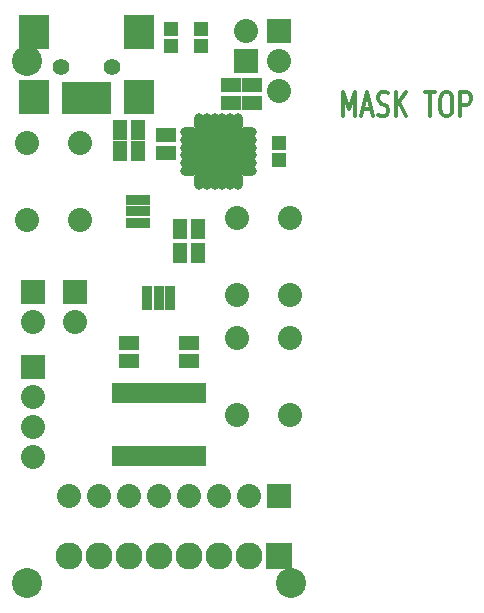
<source format=gts>
G04 (created by PCBNEW-RS274X (2012-01-19 BZR 3256)-stable) date 12/4/2012 11:19:28 PM*
G01*
G70*
G90*
%MOIN*%
G04 Gerber Fmt 3.4, Leading zero omitted, Abs format*
%FSLAX34Y34*%
G04 APERTURE LIST*
%ADD10C,0.006000*%
%ADD11C,0.012000*%
%ADD12R,0.157800X0.157800*%
%ADD13O,0.059400X0.031800*%
%ADD14O,0.031800X0.059400*%
%ADD15C,0.055000*%
%ADD16R,0.099000X0.118000*%
%ADD17R,0.040000X0.111000*%
%ADD18C,0.080000*%
%ADD19R,0.036000X0.070000*%
%ADD20R,0.065000X0.045000*%
%ADD21R,0.045000X0.065000*%
%ADD22R,0.051400X0.051400*%
%ADD23R,0.080000X0.080000*%
%ADD24C,0.100000*%
%ADD25C,0.090000*%
%ADD26R,0.090000X0.090000*%
%ADD27R,0.083000X0.032000*%
%ADD28R,0.032000X0.083000*%
G04 APERTURE END LIST*
G54D10*
G54D11*
X71143Y-33824D02*
X71143Y-33024D01*
X71343Y-33595D01*
X71543Y-33024D01*
X71543Y-33824D01*
X71800Y-33595D02*
X72086Y-33595D01*
X71743Y-33824D02*
X71943Y-33024D01*
X72143Y-33824D01*
X72314Y-33786D02*
X72400Y-33824D01*
X72543Y-33824D01*
X72600Y-33786D01*
X72629Y-33748D01*
X72657Y-33671D01*
X72657Y-33595D01*
X72629Y-33519D01*
X72600Y-33481D01*
X72543Y-33443D01*
X72429Y-33405D01*
X72371Y-33367D01*
X72343Y-33329D01*
X72314Y-33252D01*
X72314Y-33176D01*
X72343Y-33100D01*
X72371Y-33062D01*
X72429Y-33024D01*
X72571Y-33024D01*
X72657Y-33062D01*
X72914Y-33824D02*
X72914Y-33024D01*
X73257Y-33824D02*
X73000Y-33367D01*
X73257Y-33024D02*
X72914Y-33481D01*
X73885Y-33024D02*
X74228Y-33024D01*
X74057Y-33824D02*
X74057Y-33024D01*
X74542Y-33024D02*
X74656Y-33024D01*
X74714Y-33062D01*
X74771Y-33138D01*
X74799Y-33290D01*
X74799Y-33557D01*
X74771Y-33710D01*
X74714Y-33786D01*
X74656Y-33824D01*
X74542Y-33824D01*
X74485Y-33786D01*
X74428Y-33710D01*
X74399Y-33557D01*
X74399Y-33290D01*
X74428Y-33138D01*
X74485Y-33062D01*
X74542Y-33024D01*
X75057Y-33824D02*
X75057Y-33024D01*
X75285Y-33024D01*
X75343Y-33062D01*
X75371Y-33100D01*
X75400Y-33176D01*
X75400Y-33290D01*
X75371Y-33367D01*
X75343Y-33405D01*
X75285Y-33443D01*
X75057Y-33443D01*
G54D12*
X67000Y-35000D03*
G54D13*
X67986Y-35640D03*
X67984Y-35384D03*
X67984Y-35128D03*
X67984Y-34872D03*
X67984Y-34616D03*
X67984Y-34360D03*
G54D14*
X67640Y-34016D03*
X67384Y-34016D03*
X67128Y-34016D03*
X66872Y-34016D03*
X66616Y-34016D03*
X66360Y-34016D03*
G54D13*
X66016Y-34360D03*
X66016Y-34616D03*
X66016Y-34872D03*
X66016Y-35128D03*
X66016Y-35384D03*
X66016Y-35640D03*
G54D14*
X66360Y-35984D03*
X66616Y-35984D03*
X66872Y-35984D03*
X67128Y-35984D03*
X67384Y-35984D03*
X67640Y-35984D03*
G54D15*
X61735Y-32200D03*
G54D16*
X64350Y-31020D03*
X60850Y-31020D03*
X60850Y-33190D03*
G54D17*
X63220Y-33225D03*
X61980Y-33225D03*
X62290Y-33225D03*
X62910Y-33225D03*
X62600Y-33225D03*
G54D16*
X64350Y-33190D03*
G54D15*
X63465Y-32200D03*
G54D18*
X67615Y-39780D03*
X67615Y-37220D03*
X69385Y-39780D03*
X69385Y-37220D03*
X62385Y-34720D03*
X62385Y-37280D03*
X60615Y-34720D03*
X60615Y-37280D03*
X67615Y-43780D03*
X67615Y-41220D03*
X69385Y-43780D03*
X69385Y-41220D03*
G54D19*
X63600Y-45150D03*
X63850Y-45150D03*
X64110Y-45150D03*
X64370Y-45150D03*
X64620Y-45150D03*
X64880Y-45150D03*
X65140Y-45150D03*
X65390Y-45150D03*
X65650Y-45150D03*
X65900Y-45150D03*
X66160Y-45150D03*
X66420Y-45150D03*
X66430Y-43050D03*
X66160Y-43050D03*
X65900Y-43050D03*
X65650Y-43050D03*
X65390Y-43050D03*
X65140Y-43050D03*
X64880Y-43050D03*
X64620Y-43050D03*
X64370Y-43050D03*
X64110Y-43050D03*
X63850Y-43050D03*
X63600Y-43050D03*
G54D20*
X68100Y-33400D03*
X68100Y-32800D03*
X67400Y-33400D03*
X67400Y-32800D03*
X65250Y-35050D03*
X65250Y-34450D03*
G54D21*
X65700Y-37600D03*
X66300Y-37600D03*
X65700Y-38400D03*
X66300Y-38400D03*
X63700Y-35000D03*
X64300Y-35000D03*
X63700Y-34300D03*
X64300Y-34300D03*
G54D20*
X64000Y-41400D03*
X64000Y-42000D03*
X66000Y-41400D03*
X66000Y-42000D03*
G54D22*
X69000Y-35295D03*
X69000Y-34705D03*
X65400Y-31495D03*
X65400Y-30905D03*
X66400Y-31495D03*
X66400Y-30905D03*
G54D18*
X63000Y-46500D03*
X64000Y-46500D03*
X62000Y-46500D03*
X65000Y-46500D03*
X66000Y-46500D03*
G54D23*
X69000Y-46500D03*
G54D18*
X68000Y-46500D03*
X67000Y-46500D03*
G54D23*
X69000Y-31000D03*
G54D18*
X69000Y-32000D03*
X69000Y-33000D03*
G54D23*
X62200Y-39700D03*
G54D18*
X62200Y-40700D03*
G54D23*
X60800Y-39700D03*
G54D18*
X60800Y-40700D03*
G54D23*
X67900Y-32000D03*
G54D18*
X67900Y-31000D03*
X60800Y-45200D03*
G54D23*
X60800Y-42200D03*
G54D18*
X60800Y-43200D03*
X60800Y-44200D03*
G54D24*
X60600Y-49400D03*
X60600Y-32000D03*
X69400Y-49400D03*
G54D25*
X63000Y-48500D03*
X64000Y-48500D03*
X62000Y-48500D03*
X65000Y-48500D03*
X66000Y-48500D03*
G54D26*
X69000Y-48500D03*
G54D25*
X68000Y-48500D03*
X67000Y-48500D03*
G54D27*
X64300Y-36626D03*
X64300Y-37000D03*
X64300Y-37374D03*
G54D28*
X65374Y-39900D03*
X65000Y-39900D03*
X64626Y-39900D03*
M02*

</source>
